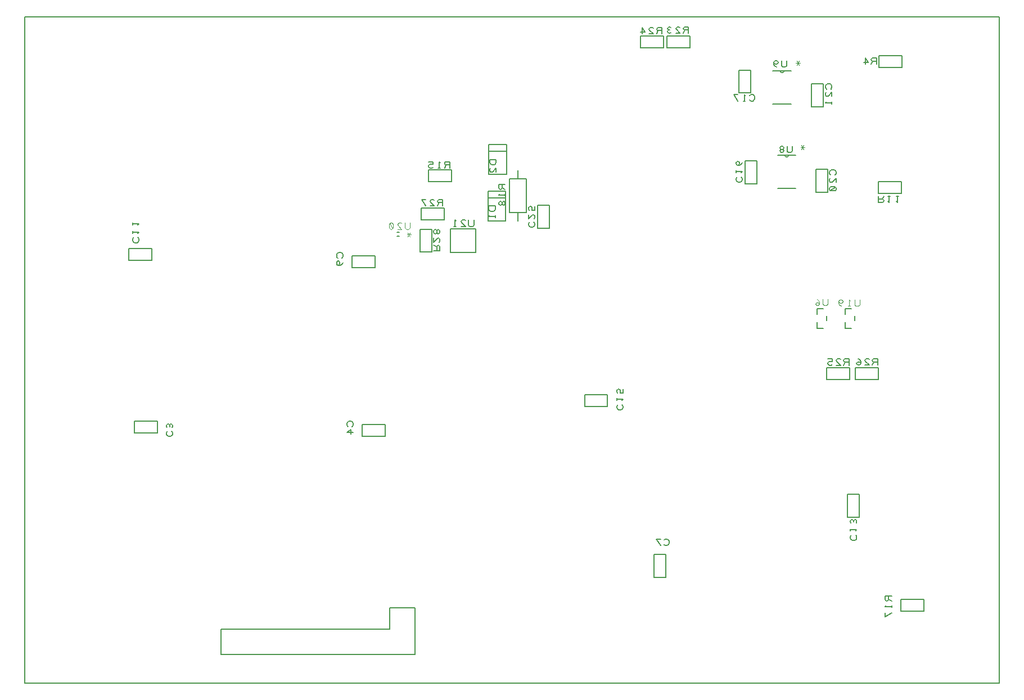
<source format=gbr>
%FSLAX23Y23*%
%MOIN*%
G04 EasyPC Gerber Version 17.0 Build 3379 *
%ADD126C,0.00300*%
%ADD80C,0.00500*%
%ADD125C,0.00600*%
%ADD124C,0.00800*%
X0Y0D02*
D02*
D80*
X74Y35D02*
X5850D01*
Y3984*
X74*
Y35*
X720Y2676D02*
X717Y2673D01*
X714Y2667*
Y2658*
X717Y2651*
X720Y2648*
X726Y2645*
X739*
X745Y2648*
X748Y2651*
X751Y2658*
Y2667*
X748Y2673*
X745Y2676*
X714Y2701D02*
Y2714D01*
Y2708D02*
X751D01*
X745Y2701*
X714Y2751D02*
Y2764D01*
Y2758D02*
X751D01*
X745Y2751*
X920Y1527D02*
X916Y1524D01*
X913Y1518*
Y1508*
X916Y1502*
X920Y1499*
X926Y1496*
X938*
X945Y1499*
X948Y1502*
X951Y1508*
Y1518*
X948Y1524*
X945Y1527*
X916Y1549D02*
X913Y1555D01*
Y1561*
X916Y1568*
X923Y1571*
X929Y1568*
X932Y1561*
Y1555*
Y1561D02*
X935Y1568D01*
X941Y1571*
X948Y1568*
X951Y1561*
Y1555*
X948Y1549*
X1236Y204D02*
Y354D01*
X2236*
Y479*
X2386*
Y204*
X1236*
X1954Y2555D02*
X1957Y2558D01*
X1960Y2564*
Y2574*
X1957Y2580*
X1954Y2583*
X1947Y2586*
X1935*
X1929Y2583*
X1925Y2580*
X1922Y2574*
Y2564*
X1925Y2558*
X1929Y2555*
X1960Y2527D02*
X1957Y2520D01*
X1950Y2514*
X1941Y2511*
X1932*
X1925Y2514*
X1922Y2520*
Y2527*
X1925Y2533*
X1932Y2536*
X1938Y2533*
X1941Y2527*
Y2520*
X1938Y2514*
X1932Y2511*
X2015Y1555D02*
X2018Y1558D01*
X2021Y1564*
Y1574*
X2018Y1580*
X2015Y1583*
X2008Y1586*
X1996*
X1990Y1583*
X1986Y1580*
X1983Y1574*
Y1564*
X1986Y1558*
X1990Y1555*
X2021Y1520D02*
X1983D01*
X2008Y1536*
Y1511*
X2497Y2598D02*
X2535D01*
Y2620*
X2531Y2626*
X2525Y2629*
X2519Y2626*
X2516Y2620*
Y2598*
Y2620D02*
X2497Y2629D01*
Y2673D02*
Y2648D01*
X2519Y2670*
X2525Y2673*
X2531Y2670*
X2535Y2664*
Y2654*
X2531Y2648*
X2516Y2707D02*
Y2714D01*
X2519Y2720*
X2525Y2723*
X2531Y2720*
X2535Y2714*
Y2707*
X2531Y2701*
X2525Y2698*
X2519Y2701*
X2516Y2707*
X2513Y2701*
X2506Y2698*
X2500Y2701*
X2497Y2707*
Y2714*
X2500Y2720*
X2506Y2723*
X2513Y2720*
X2516Y2714*
X2551Y2863D02*
Y2901D01*
X2529*
X2523Y2898*
X2519Y2891*
X2523Y2885*
X2529Y2882*
X2551*
X2529D02*
X2519Y2863D01*
X2476D02*
X2501D01*
X2479Y2885*
X2476Y2891*
X2479Y2898*
X2485Y2901*
X2494*
X2501Y2898*
X2451Y2863D02*
X2426Y2901D01*
X2451*
X2593Y3088D02*
Y3125D01*
X2571*
X2565Y3122*
X2562Y3116*
X2565Y3110*
X2571Y3106*
X2593*
X2571D02*
X2562Y3088D01*
X2537D02*
X2524D01*
X2531D02*
Y3125D01*
X2537Y3119*
X2493Y3091D02*
X2487Y3088D01*
X2477*
X2471Y3091*
X2468Y3097*
Y3100*
X2471Y3106*
X2477Y3110*
X2493*
Y3125*
X2468*
X2736Y2779D02*
Y2751D01*
X2733Y2744*
X2726Y2741*
X2714*
X2708Y2744*
X2705Y2751*
Y2779*
X2661Y2741D02*
X2686D01*
X2664Y2763*
X2661Y2769*
X2664Y2776*
X2670Y2779*
X2680*
X2686Y2776*
X2630Y2741D02*
X2617D01*
X2623D02*
Y2779D01*
X2630Y2772*
X2748Y2587D02*
X2598D01*
Y2727*
X2748*
Y2588*
X2819Y2911D02*
X2925D01*
X2824Y3187D02*
X2931D01*
X2863Y2862D02*
X2825D01*
Y2843*
X2828Y2837*
X2831Y2834*
X2838Y2831*
X2850*
X2856Y2834*
X2860Y2837*
X2863Y2843*
Y2862*
Y2806D02*
Y2793D01*
Y2799D02*
X2825D01*
X2831Y2806*
X2868Y3137D02*
X2831D01*
Y3119*
X2834Y3112*
X2837Y3109*
X2843Y3106*
X2856*
X2862Y3109*
X2865Y3112*
X2868Y3119*
Y3137*
Y3062D02*
Y3087D01*
X2846Y3065*
X2840Y3062*
X2834Y3065*
X2831Y3072*
Y3081*
X2834Y3087*
X2925Y2773D02*
X2819D01*
Y2950*
X2925*
Y2773*
X2921Y2991D02*
X2884D01*
Y2969*
X2887Y2963*
X2893Y2959*
X2899Y2963*
X2903Y2969*
Y2991*
Y2969D02*
X2921Y2959D01*
Y2934D02*
Y2922D01*
Y2928D02*
X2884D01*
X2890Y2934*
X2903Y2881D02*
Y2875D01*
X2899Y2869*
X2893Y2866*
X2887Y2869*
X2884Y2875*
Y2881*
X2887Y2888*
X2893Y2891*
X2899Y2888*
X2903Y2881*
X2906Y2888*
X2912Y2891*
X2918Y2888*
X2921Y2881*
Y2875*
X2918Y2869*
X2912Y2866*
X2906Y2869*
X2903Y2875*
X2931Y3049D02*
X2824D01*
Y3226*
X2931*
Y3049*
X2947Y2823D02*
X3047D01*
Y3023*
X2947*
Y2823*
X2997Y2773D02*
Y2823D01*
Y3023D02*
Y3073D01*
X3066Y2768D02*
X3063Y2764D01*
X3060Y2758*
Y2749*
X3063Y2743*
X3066Y2739*
X3072Y2736*
X3085*
X3091Y2739*
X3094Y2743*
X3097Y2749*
Y2758*
X3094Y2764*
X3091Y2768*
X3060Y2811D02*
Y2786D01*
X3081Y2808*
X3088Y2811*
X3094Y2808*
X3097Y2802*
Y2793*
X3094Y2786*
X3063Y2836D02*
X3060Y2843D01*
Y2852*
X3063Y2858*
X3069Y2861*
X3072*
X3078Y2858*
X3081Y2852*
Y2836*
X3097*
Y2861*
X3589Y1684D02*
X3586Y1681D01*
X3583Y1675*
Y1666*
X3586Y1659*
X3589Y1656*
X3595Y1653*
X3608*
X3614Y1656*
X3617Y1659*
X3620Y1666*
Y1675*
X3617Y1681*
X3614Y1684*
X3583Y1709D02*
Y1722D01*
Y1716D02*
X3620D01*
X3614Y1709*
X3586Y1753D02*
X3583Y1759D01*
Y1769*
X3586Y1775*
X3592Y1778*
X3595*
X3601Y1775*
X3604Y1769*
Y1753*
X3620*
Y1778*
X3850Y3883D02*
Y3920D01*
X3828*
X3822Y3917*
X3819Y3911*
X3822Y3905*
X3828Y3902*
X3850*
X3828D02*
X3819Y3883D01*
X3775D02*
X3800D01*
X3778Y3905*
X3775Y3911*
X3778Y3917*
X3784Y3920*
X3794*
X3800Y3917*
X3734Y3883D02*
Y3920D01*
X3750Y3895*
X3725*
X3862Y857D02*
X3865Y853D01*
X3871Y850*
X3881*
X3887Y853*
X3890Y857*
X3893Y863*
Y875*
X3890Y882*
X3887Y885*
X3881Y888*
X3871*
X3865Y885*
X3862Y882*
X3843Y850D02*
X3818Y888D01*
X3843*
X4007Y3887D02*
Y3924D01*
X3986*
X3979Y3921*
X3976Y3915*
X3979Y3909*
X3986Y3906*
X4007*
X3986D02*
X3976Y3887D01*
X3932D02*
X3957D01*
X3936Y3909*
X3932Y3915*
X3936Y3921*
X3942Y3924*
X3951*
X3957Y3921*
X3904Y3890D02*
X3898Y3887D01*
X3892*
X3886Y3890*
X3882Y3896*
X3886Y3903*
X3892Y3906*
X3898*
X3892D02*
X3886Y3909D01*
X3882Y3915*
X3886Y3921*
X3892Y3924*
X3898*
X3904Y3921*
X4296Y3034D02*
X4293Y3031D01*
X4290Y3025*
Y3016*
X4293Y3009*
X4296Y3006*
X4302Y3003*
X4315*
X4321Y3006*
X4324Y3009*
X4327Y3016*
Y3025*
X4324Y3031*
X4321Y3034*
X4290Y3059D02*
Y3072D01*
Y3066D02*
X4327D01*
X4321Y3059*
X4299Y3103D02*
X4306Y3106D01*
X4309Y3112*
Y3119*
X4306Y3125*
X4299Y3128*
X4293Y3125*
X4290Y3119*
Y3112*
X4293Y3106*
X4299Y3103*
X4309*
X4318Y3106*
X4324Y3112*
X4327Y3119*
X4370Y3492D02*
X4373Y3488D01*
X4379Y3485*
X4389*
X4395Y3488*
X4398Y3492*
X4401Y3498*
Y3510*
X4398Y3517*
X4395Y3520*
X4389Y3523*
X4379*
X4373Y3520*
X4370Y3517*
X4345Y3485D02*
X4332D01*
X4339D02*
Y3523D01*
X4345Y3517*
X4301Y3485D02*
X4276Y3523D01*
X4301*
X4590Y3724D02*
Y3695D01*
X4587Y3689*
X4581Y3686*
X4568*
X4562Y3689*
X4559Y3695*
Y3724*
X4531Y3686D02*
X4524Y3689D01*
X4518Y3695*
X4515Y3705*
Y3714*
X4518Y3720*
X4524Y3724*
X4531*
X4537Y3720*
X4540Y3714*
X4537Y3708*
X4531Y3705*
X4524*
X4518Y3708*
X4515Y3714*
X4624Y3217D02*
Y3189D01*
X4620Y3182*
X4614Y3179*
X4602*
X4595Y3182*
X4592Y3189*
Y3217*
X4564Y3198D02*
X4558D01*
X4552Y3201*
X4549Y3207*
X4552Y3214*
X4558Y3217*
X4564*
X4570Y3214*
X4574Y3207*
X4570Y3201*
X4564Y3198*
X4570Y3195*
X4574Y3189*
X4570Y3182*
X4564Y3179*
X4558*
X4552Y3182*
X4549Y3189*
X4552Y3195*
X4558Y3198*
X4852Y3555D02*
X4855Y3559D01*
X4858Y3565*
Y3574*
X4855Y3580*
X4852Y3584*
X4846Y3587*
X4833*
X4827Y3584*
X4824Y3580*
X4821Y3574*
Y3565*
X4824Y3559*
X4827Y3555*
X4858Y3512D02*
Y3537D01*
X4836Y3515*
X4830Y3512*
X4824Y3515*
X4821Y3521*
Y3530*
X4824Y3537*
X4858Y3480D02*
Y3468D01*
Y3474D02*
X4821D01*
X4827Y3480*
X4876Y3046D02*
X4879Y3049D01*
X4882Y3055*
Y3064*
X4879Y3071*
X4876Y3074*
X4869Y3077*
X4857*
X4851Y3074*
X4848Y3071*
X4844Y3064*
Y3055*
X4848Y3049*
X4851Y3046*
X4882Y3002D02*
Y3027D01*
X4860Y3005*
X4854Y3002*
X4848Y3005*
X4844Y3011*
Y3021*
X4848Y3027*
X4879Y2974D02*
X4882Y2967D01*
Y2961*
X4879Y2955*
X4873Y2952*
X4854*
X4848Y2955*
X4844Y2961*
Y2967*
X4848Y2974*
X4854Y2977*
X4873*
X4879Y2974*
X4848Y2955*
X4974Y911D02*
X4971Y908D01*
X4968Y901*
Y892*
X4971Y886*
X4974Y883*
X4980Y879*
X4993*
X4999Y883*
X5002Y886*
X5005Y892*
Y901*
X5002Y908*
X4999Y911*
X4968Y936D02*
Y948D01*
Y942D02*
X5005D01*
X4999Y936*
X4971Y983D02*
X4968Y989D01*
Y995*
X4971Y1001*
X4977Y1004*
X4983Y1001*
X4986Y995*
Y989*
Y995D02*
X4990Y1001D01*
X4996Y1004*
X5002Y1001*
X5005Y995*
Y989*
X5002Y983*
X4959Y1918D02*
Y1956D01*
X4937*
X4931Y1953*
X4928Y1947*
X4931Y1940*
X4937Y1937*
X4959*
X4937D02*
X4928Y1918D01*
X4884D02*
X4909D01*
X4887Y1940*
X4884Y1947*
X4887Y1953*
X4894Y1956*
X4903*
X4909Y1953*
X4859Y1922D02*
X4853Y1918D01*
X4844*
X4837Y1922*
X4834Y1928*
Y1931*
X4837Y1937*
X4844Y1940*
X4859*
Y1956*
X4834*
X5122Y3702D02*
Y3739D01*
X5100*
X5093Y3736*
X5090Y3730*
X5093Y3724*
X5100Y3721*
X5122*
X5100D02*
X5090Y3702D01*
X5056D02*
Y3739D01*
X5072Y3714*
X5047*
X5129Y1919D02*
Y1957D01*
X5108*
X5101Y1954*
X5098Y1948*
X5101Y1941*
X5108Y1938*
X5129*
X5108D02*
X5098Y1919D01*
X5054D02*
X5079D01*
X5058Y1941*
X5054Y1948*
X5058Y1954*
X5064Y1957*
X5073*
X5079Y1954*
X5029Y1929D02*
X5026Y1935D01*
X5020Y1938*
X5014*
X5008Y1935*
X5004Y1929*
X5008Y1923*
X5014Y1919*
X5020*
X5026Y1923*
X5029Y1929*
Y1938*
X5026Y1948*
X5020Y1954*
X5014Y1957*
X5134Y2921D02*
Y2884D01*
X5156*
X5162Y2887*
X5166Y2893*
X5162Y2899*
X5156Y2903*
X5134*
X5156D02*
X5166Y2921D01*
X5191D02*
X5203D01*
X5197D02*
Y2884D01*
X5191Y2890*
X5241Y2921D02*
X5253D01*
X5247D02*
Y2884D01*
X5241Y2890*
X5212Y551D02*
X5174D01*
Y529*
X5177Y523*
X5184Y519*
X5190Y523*
X5193Y529*
Y551*
Y529D02*
X5212Y519D01*
Y494D02*
Y482D01*
Y488D02*
X5174D01*
X5181Y494*
X5212Y451D02*
X5174Y426D01*
Y451*
D02*
D124*
X827Y2541D02*
Y2611D01*
X691*
Y2541*
X827*
X859Y1516D02*
Y1586D01*
X723*
Y1516*
X859*
X2014Y2566D02*
Y2496D01*
X2150*
Y2566*
X2014*
X2075Y1566D02*
Y1496D01*
X2211*
Y1566*
X2075*
X2417Y2589D02*
X2487D01*
Y2725*
X2417*
Y2589*
X2560Y2780D02*
Y2850D01*
X2424*
Y2780*
X2560*
X2602Y3008D02*
Y3078D01*
X2466*
Y3008*
X2602*
X3114Y2730D02*
X3184D01*
Y2866*
X3114*
Y2730*
X3528Y1673D02*
Y1743D01*
X3392*
Y1673*
X3528*
X3859Y3799D02*
Y3869D01*
X3723*
Y3799*
X3859*
X3873Y796D02*
X3803D01*
Y660*
X3873*
Y796*
X4016Y3799D02*
Y3869D01*
X3880*
Y3799*
X4016*
X4307Y3532D02*
X4377D01*
Y3668*
X4307*
Y3532*
X4342Y2995D02*
X4412D01*
Y3131*
X4342*
Y2995*
X4806Y3586D02*
X4736D01*
Y3450*
X4806*
Y3586*
X4835Y3080D02*
X4765D01*
Y2944*
X4835*
Y3080*
X4951Y1018D02*
X5021D01*
Y1154*
X4951*
Y1018*
X4964Y1835D02*
Y1905D01*
X4828*
Y1835*
X4964*
X5134D02*
Y1905D01*
X4998*
Y1835*
X5134*
X5135Y3007D02*
Y2937D01*
X5271*
Y3007*
X5135*
X5136Y3755D02*
Y3685D01*
X5272*
Y3755*
X5136*
X5266Y531D02*
Y461D01*
X5402*
Y531*
X5266*
D02*
D125*
X2280Y2708D02*
X2294D01*
Y2682D02*
X2280D01*
X4508Y3665D02*
X4617D01*
X4536Y3165D02*
X4644D01*
X4575Y3665D02*
G75*
G02X4551I-12D01*
G01*
X4602Y3165D02*
G75*
G02X4578I-12D01*
G01*
X4617Y3468D02*
X4508D01*
X4644Y2968D02*
X4536D01*
X4771Y2220D02*
Y2255D01*
X4808*
Y2137D02*
X4771D01*
Y2173*
X4826Y2211D02*
Y2182D01*
X4937Y2220D02*
Y2255D01*
X4973*
Y2137D02*
X4937D01*
Y2173*
X4992Y2211D02*
Y2182D01*
D02*
D126*
X2358Y2763D02*
Y2735D01*
X2355Y2729*
X2348Y2725*
X2336*
X2330Y2729*
X2327Y2735*
Y2763*
X2283Y2725D02*
X2308D01*
X2286Y2747*
X2283Y2754*
X2286Y2760*
X2292Y2763*
X2302*
X2308Y2760*
X2255Y2729D02*
X2248Y2725D01*
X2242*
X2236Y2729*
X2233Y2735*
Y2754*
X2236Y2760*
X2242Y2763*
X2248*
X2255Y2760*
X2258Y2754*
Y2735*
X2255Y2729*
X2236Y2760*
X2364Y2692D02*
X2339D01*
X2358Y2679D02*
X2345Y2704D01*
X2358D02*
X2345Y2679D01*
X4670Y3709D02*
X4645D01*
X4663Y3697D02*
X4651Y3722D01*
X4663D02*
X4651Y3697D01*
X4697Y3209D02*
X4672D01*
X4691Y3197D02*
X4678Y3222D01*
X4691D02*
X4678Y3197D01*
X4834Y2310D02*
Y2282D01*
X4831Y2276*
X4825Y2273*
X4812*
X4806Y2276*
X4803Y2282*
Y2310*
X4784Y2282D02*
X4781Y2288D01*
X4775Y2291*
X4769*
X4762Y2288*
X4759Y2282*
X4762Y2276*
X4769Y2273*
X4775*
X4781Y2276*
X4784Y2282*
Y2291*
X4781Y2301*
X4775Y2307*
X4769Y2310*
X5023Y2306D02*
Y2278D01*
X5020Y2272*
X5014Y2269*
X5001*
X4995Y2272*
X4992Y2278*
Y2306*
X4967Y2269D02*
X4954D01*
X4961D02*
Y2306D01*
X4967Y2300*
X4914Y2269D02*
X4908Y2272D01*
X4901Y2278*
X4898Y2288*
Y2297*
X4901Y2303*
X4908Y2306*
X4914*
X4920Y2303*
X4923Y2297*
X4920Y2291*
X4914Y2288*
X4908*
X4901Y2291*
X4898Y2297*
X0Y0D02*
M02*

</source>
